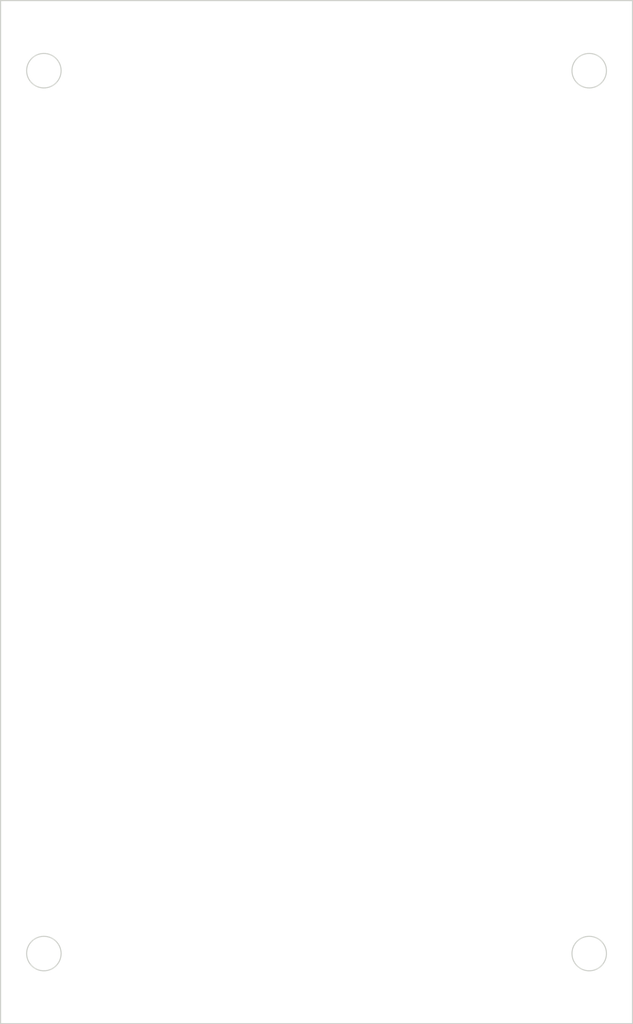
<source format=kicad_pcb>
(kicad_pcb (version 4) (host pcbnew 4.0.6)

  (general
    (links 0)
    (no_connects 0)
    (area 0 0 0 0)
    (thickness 1.6)
    (drawings 8)
    (tracks 0)
    (zones 0)
    (modules 0)
    (nets 1)
  )

  (page A4)
  (layers
    (0 F.Cu signal)
    (31 B.Cu signal)
    (32 B.Adhes user)
    (33 F.Adhes user)
    (34 B.Paste user)
    (35 F.Paste user)
    (36 B.SilkS user)
    (37 F.SilkS user)
    (38 B.Mask user)
    (39 F.Mask user)
    (40 Dwgs.User user)
    (41 Cmts.User user)
    (42 Eco1.User user)
    (43 Eco2.User user)
    (44 Edge.Cuts user)
    (45 Margin user)
    (46 B.CrtYd user)
    (47 F.CrtYd user)
    (48 B.Fab user)
    (49 F.Fab user)
  )

  (setup
    (last_trace_width 0.25)
    (trace_clearance 0.2)
    (zone_clearance 0.508)
    (zone_45_only no)
    (trace_min 0.2)
    (segment_width 0.2)
    (edge_width 0.15)
    (via_size 0.6)
    (via_drill 0.4)
    (via_min_size 0.4)
    (via_min_drill 0.3)
    (uvia_size 0.3)
    (uvia_drill 0.1)
    (uvias_allowed no)
    (uvia_min_size 0.2)
    (uvia_min_drill 0.1)
    (pcb_text_width 0.3)
    (pcb_text_size 1.5 1.5)
    (mod_edge_width 0.15)
    (mod_text_size 1 1)
    (mod_text_width 0.15)
    (pad_size 1.524 1.524)
    (pad_drill 0.762)
    (pad_to_mask_clearance 0.2)
    (aux_axis_origin 0 0)
    (visible_elements FFFFFF7F)
    (pcbplotparams
      (layerselection 0x00030_80000001)
      (usegerberextensions false)
      (excludeedgelayer true)
      (linewidth 0.100000)
      (plotframeref false)
      (viasonmask false)
      (mode 1)
      (useauxorigin false)
      (hpglpennumber 1)
      (hpglpenspeed 20)
      (hpglpendiameter 15)
      (hpglpenoverlay 2)
      (psnegative false)
      (psa4output false)
      (plotreference true)
      (plotvalue true)
      (plotinvisibletext false)
      (padsonsilk false)
      (subtractmaskfromsilk false)
      (outputformat 1)
      (mirror false)
      (drillshape 1)
      (scaleselection 1)
      (outputdirectory ""))
  )

  (net 0 "")

  (net_class Default "This is the default net class."
    (clearance 0.2)
    (trace_width 0.25)
    (via_dia 0.6)
    (via_drill 0.4)
    (uvia_dia 0.3)
    (uvia_drill 0.1)
  )

  (gr_circle (center 124.770108 66.606855) (end 126.270108 66.606855) (layer Edge.Cuts) (width 0.1))
  (gr_circle (center 172.232092 66.606855) (end 173.732092 66.606855) (layer Edge.Cuts) (width 0.1))
  (gr_circle (center 124.770108 143.400345) (end 126.270108 143.400345) (layer Edge.Cuts) (width 0.1))
  (gr_circle (center 172.232092 143.400345) (end 173.732092 143.400345) (layer Edge.Cuts) (width 0.1))
  (gr_line (start 121.0011 149.4986) (end 121.0011 60.5086) (layer Edge.Cuts) (width 0.1))
  (gr_line (start 176.0011 149.4986) (end 121.0011 149.4986) (layer Edge.Cuts) (width 0.1))
  (gr_line (start 176.0011 60.5086) (end 176.0011 149.4986) (layer Edge.Cuts) (width 0.1))
  (gr_line (start 121.0011 60.5086) (end 176.0011 60.5086) (layer Edge.Cuts) (width 0.1))

)

</source>
